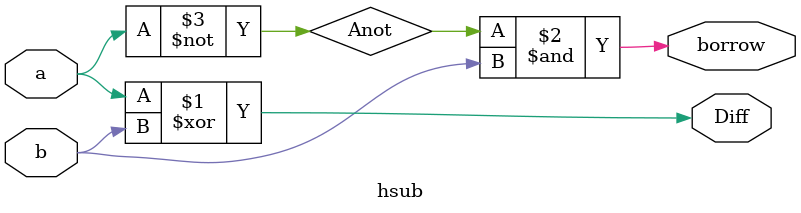
<source format=v>
module fsub(output Do, bo, input A, B, C);
  wire x, y, z;
  hsub hsub1(.Diff(x),.borrow(y),.a(A),.b(B));
  hsub hsub2(.Diff(Do),.borrow(z),.a(x),.b(C));
  or(bo,y,z);
endmodule
module hsub(output Diff, borrow, input a, b);
  xor(Diff,a,b);
  not(Anot,a);
  and(borrow,Anot,b);
endmodule

</source>
